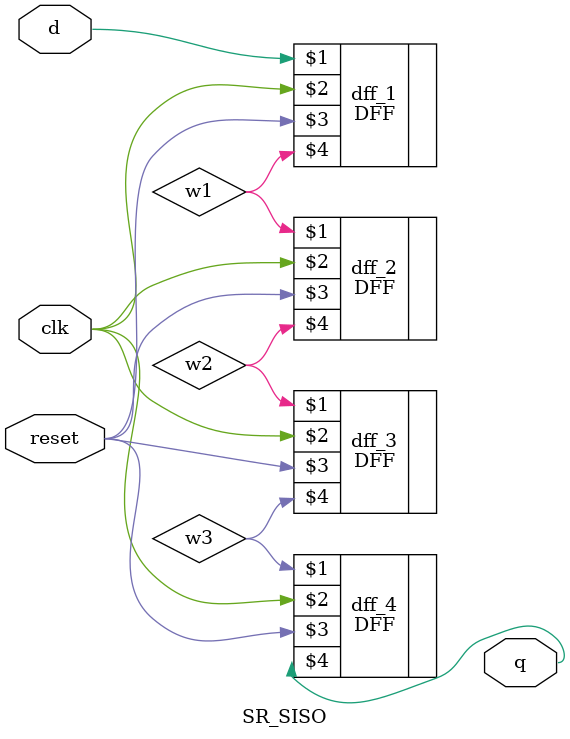
<source format=v>
`include "DFF.v"

module SR_SISO(d,clk,reset,q);

input d, clk, reset;
output q;

wire w1, w2, w3;

DFF dff_1(d, clk, reset, w1);
DFF dff_2(w1, clk, reset, w2);
DFF dff_3(w2, clk, reset, w3);
DFF dff_4(w3, clk, reset, q);

endmodule

</source>
